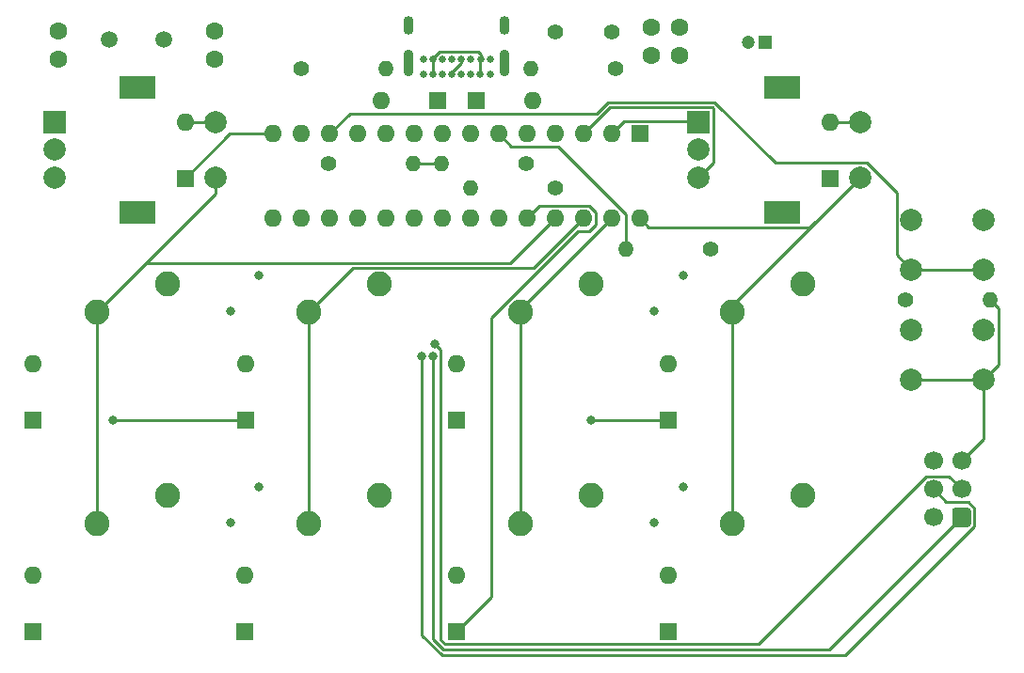
<source format=gtl>
%TF.GenerationSoftware,KiCad,Pcbnew,(5.1.8-0-10_14)*%
%TF.CreationDate,2020-12-29T14:10:58+00:00*%
%TF.ProjectId,Draytronics-Daisy-PCB V1,44726179-7472-46f6-9e69-63732d446169,rev?*%
%TF.SameCoordinates,Original*%
%TF.FileFunction,Copper,L1,Top*%
%TF.FilePolarity,Positive*%
%FSLAX46Y46*%
G04 Gerber Fmt 4.6, Leading zero omitted, Abs format (unit mm)*
G04 Created by KiCad (PCBNEW (5.1.8-0-10_14)) date 2020-12-29 14:10:58*
%MOMM*%
%LPD*%
G01*
G04 APERTURE LIST*
%TA.AperFunction,ComponentPad*%
%ADD10C,1.700000*%
%TD*%
%TA.AperFunction,ComponentPad*%
%ADD11C,2.000000*%
%TD*%
%TA.AperFunction,ComponentPad*%
%ADD12O,1.400000X1.400000*%
%TD*%
%TA.AperFunction,ComponentPad*%
%ADD13C,1.400000*%
%TD*%
%TA.AperFunction,ComponentPad*%
%ADD14C,2.250000*%
%TD*%
%TA.AperFunction,ComponentPad*%
%ADD15O,1.600000X1.600000*%
%TD*%
%TA.AperFunction,ComponentPad*%
%ADD16R,1.600000X1.600000*%
%TD*%
%TA.AperFunction,ComponentPad*%
%ADD17C,1.600000*%
%TD*%
%TA.AperFunction,ComponentPad*%
%ADD18C,1.200000*%
%TD*%
%TA.AperFunction,ComponentPad*%
%ADD19R,1.200000X1.200000*%
%TD*%
%TA.AperFunction,ComponentPad*%
%ADD20C,1.500000*%
%TD*%
%TA.AperFunction,ComponentPad*%
%ADD21R,2.000000X2.000000*%
%TD*%
%TA.AperFunction,ComponentPad*%
%ADD22R,3.200000X2.000000*%
%TD*%
%TA.AperFunction,ComponentPad*%
%ADD23O,0.900000X1.700000*%
%TD*%
%TA.AperFunction,ComponentPad*%
%ADD24O,0.900000X2.400000*%
%TD*%
%TA.AperFunction,ComponentPad*%
%ADD25C,0.650000*%
%TD*%
%TA.AperFunction,ViaPad*%
%ADD26C,0.800000*%
%TD*%
%TA.AperFunction,Conductor*%
%ADD27C,0.250000*%
%TD*%
G04 APERTURE END LIST*
D10*
%TO.P,J1-ISP1,6*%
%TO.N,GND*%
X111442500Y-64579500D03*
%TO.P,J1-ISP1,4*%
%TO.N,mosi*%
X111442500Y-67119500D03*
%TO.P,J1-ISP1,2*%
%TO.N,+5V*%
X111442500Y-69659500D03*
%TO.P,J1-ISP1,5*%
%TO.N,reset*%
X113982500Y-64579500D03*
%TO.P,J1-ISP1,3*%
%TO.N,sck*%
X113982500Y-67119500D03*
%TO.P,J1-ISP1,1*%
%TO.N,miso*%
%TA.AperFunction,ComponentPad*%
G36*
G01*
X114832500Y-69059500D02*
X114832500Y-70259500D01*
G75*
G02*
X114582500Y-70509500I-250000J0D01*
G01*
X113382500Y-70509500D01*
G75*
G02*
X113132500Y-70259500I0J250000D01*
G01*
X113132500Y-69059500D01*
G75*
G02*
X113382500Y-68809500I250000J0D01*
G01*
X114582500Y-68809500D01*
G75*
G02*
X114832500Y-69059500I0J-250000D01*
G01*
G37*
%TD.AperFunction*%
%TD*%
D11*
%TO.P,SW4,1*%
%TO.N,GND*%
X115974000Y-42862500D03*
%TO.P,SW4,2*%
%TO.N,boot*%
X115974000Y-47362500D03*
%TO.P,SW4,1*%
%TO.N,GND*%
X109474000Y-42862500D03*
%TO.P,SW4,2*%
%TO.N,boot*%
X109474000Y-47362500D03*
%TD*%
%TO.P,SW3,1*%
%TO.N,GND*%
X115974000Y-52768500D03*
%TO.P,SW3,2*%
%TO.N,reset*%
X115974000Y-57268500D03*
%TO.P,SW3,1*%
%TO.N,GND*%
X109474000Y-52768500D03*
%TO.P,SW3,2*%
%TO.N,reset*%
X109474000Y-57268500D03*
%TD*%
D12*
%TO.P,R1,2*%
%TO.N,reset*%
X116522500Y-50038000D03*
D13*
%TO.P,R1,1*%
%TO.N,+5V*%
X108902500Y-50038000D03*
%TD*%
D14*
%TO.P,MX6,2*%
%TO.N,Net-(D10-Pad2)*%
X61595000Y-67691000D03*
%TO.P,MX6,1*%
%TO.N,col1*%
X55245000Y-70231000D03*
%TD*%
D12*
%TO.P,R7,2*%
%TO.N,ug_DIN*%
X83756500Y-45466000D03*
D13*
%TO.P,R7,1*%
%TO.N,Net-(D13-Pad4)*%
X91376500Y-45466000D03*
%TD*%
D15*
%TO.P,D12,2*%
%TO.N,Net-(D12-Pad2)*%
X87630000Y-74866500D03*
D16*
%TO.P,D12,1*%
%TO.N,row2*%
X87630000Y-79946500D03*
%TD*%
D15*
%TO.P,D11,2*%
%TO.N,Net-(D11-Pad2)*%
X68580000Y-74866500D03*
D16*
%TO.P,D11,1*%
%TO.N,row2*%
X68580000Y-79946500D03*
%TD*%
D15*
%TO.P,D10,2*%
%TO.N,Net-(D10-Pad2)*%
X49530000Y-74866500D03*
D16*
%TO.P,D10,1*%
%TO.N,row2*%
X49530000Y-79946500D03*
%TD*%
D15*
%TO.P,D9,2*%
%TO.N,Net-(D9-Pad2)*%
X30480000Y-74866500D03*
D16*
%TO.P,D9,1*%
%TO.N,row2*%
X30480000Y-79946500D03*
%TD*%
D15*
%TO.P,D8,2*%
%TO.N,Net-(D8-Pad2)*%
X87630000Y-55816500D03*
D16*
%TO.P,D8,1*%
%TO.N,row1*%
X87630000Y-60896500D03*
%TD*%
D15*
%TO.P,D7,2*%
%TO.N,Net-(D7-Pad2)*%
X68580000Y-55816500D03*
D16*
%TO.P,D7,1*%
%TO.N,row1*%
X68580000Y-60896500D03*
%TD*%
D15*
%TO.P,D6,2*%
%TO.N,Net-(D6-Pad2)*%
X49593500Y-55816500D03*
D16*
%TO.P,D6,1*%
%TO.N,row1*%
X49593500Y-60896500D03*
%TD*%
D15*
%TO.P,D5,2*%
%TO.N,Net-(D5-Pad2)*%
X30480000Y-55816500D03*
D16*
%TO.P,D5,1*%
%TO.N,row1*%
X30480000Y-60896500D03*
%TD*%
D15*
%TO.P,D4,2*%
%TO.N,Net-(D4-Pad2)*%
X102171500Y-34036000D03*
D16*
%TO.P,D4,1*%
%TO.N,row0*%
X102171500Y-39116000D03*
%TD*%
D15*
%TO.P,D3,2*%
%TO.N,Net-(D3-Pad2)*%
X44132500Y-34036000D03*
D16*
%TO.P,D3,1*%
%TO.N,row0*%
X44132500Y-39116000D03*
%TD*%
D12*
%TO.P,R6,2*%
%TO.N,Net-(D2-Pad1)*%
X64643000Y-37782500D03*
D13*
%TO.P,R6,1*%
%TO.N,+5V*%
X57023000Y-37782500D03*
%TD*%
D12*
%TO.P,R5,2*%
%TO.N,Net-(D1-Pad1)*%
X69850000Y-40005000D03*
D13*
%TO.P,R5,1*%
%TO.N,D+*%
X77470000Y-40005000D03*
%TD*%
D12*
%TO.P,R4,2*%
%TO.N,Net-(D2-Pad1)*%
X67183000Y-37782500D03*
D13*
%TO.P,R4,1*%
%TO.N,D-*%
X74803000Y-37782500D03*
%TD*%
D12*
%TO.P,R3,2*%
%TO.N,Net-(R3-Pad2)*%
X75247500Y-29210000D03*
D13*
%TO.P,R3,1*%
%TO.N,GND*%
X82867500Y-29210000D03*
%TD*%
D12*
%TO.P,R2,2*%
%TO.N,Net-(R2-Pad2)*%
X62166500Y-29210000D03*
D13*
%TO.P,R2,1*%
%TO.N,GND*%
X54546500Y-29210000D03*
%TD*%
%TO.P,F1,2*%
%TO.N,VCC*%
X77460000Y-25971500D03*
%TO.P,F1,1*%
%TO.N,+5V*%
X82560000Y-25971500D03*
%TD*%
D15*
%TO.P,D2,2*%
%TO.N,GND*%
X75374500Y-32131000D03*
D16*
%TO.P,D2,1*%
%TO.N,Net-(D2-Pad1)*%
X70294500Y-32131000D03*
%TD*%
D15*
%TO.P,D1,2*%
%TO.N,GND*%
X61785500Y-32131000D03*
D16*
%TO.P,D1,1*%
%TO.N,Net-(D1-Pad1)*%
X66865500Y-32131000D03*
%TD*%
D17*
%TO.P,C4,2*%
%TO.N,GND*%
X86082500Y-25527000D03*
%TO.P,C4,1*%
%TO.N,+5V*%
X88582500Y-25527000D03*
%TD*%
%TO.P,C5,2*%
%TO.N,GND*%
X88606000Y-28067000D03*
%TO.P,C5,1*%
%TO.N,+5V*%
X86106000Y-28067000D03*
%TD*%
%TO.P,C2,2*%
%TO.N,GND*%
X32766000Y-28344500D03*
%TO.P,C2,1*%
%TO.N,XTAL2*%
X32766000Y-25844500D03*
%TD*%
%TO.P,C1,2*%
%TO.N,GND*%
X46799500Y-25884500D03*
%TO.P,C1,1*%
%TO.N,XTAL1*%
X46799500Y-28384500D03*
%TD*%
D18*
%TO.P,C3,2*%
%TO.N,GND*%
X94805500Y-26860500D03*
D19*
%TO.P,C3,1*%
%TO.N,+5V*%
X96305500Y-26860500D03*
%TD*%
D20*
%TO.P,Y1,2*%
%TO.N,XTAL2*%
X37347500Y-26606500D03*
%TO.P,Y1,1*%
%TO.N,XTAL1*%
X42227500Y-26606500D03*
%TD*%
D15*
%TO.P,U1,28*%
%TO.N,col3*%
X85026500Y-42735500D03*
%TO.P,U1,14*%
%TO.N,row0*%
X52006500Y-35115500D03*
%TO.P,U1,27*%
%TO.N,col2*%
X82486500Y-42735500D03*
%TO.P,U1,13*%
%TO.N,Net-(U1-Pad13)*%
X54546500Y-35115500D03*
%TO.P,U1,26*%
%TO.N,col1*%
X79946500Y-42735500D03*
%TO.P,U1,12*%
%TO.N,boot*%
X57086500Y-35115500D03*
%TO.P,U1,25*%
%TO.N,col0*%
X77406500Y-42735500D03*
%TO.P,U1,11*%
%TO.N,Net-(U1-Pad11)*%
X59626500Y-35115500D03*
%TO.P,U1,24*%
%TO.N,row2*%
X74866500Y-42735500D03*
%TO.P,U1,10*%
%TO.N,XTAL2*%
X62166500Y-35115500D03*
%TO.P,U1,23*%
%TO.N,row1*%
X72326500Y-42735500D03*
%TO.P,U1,9*%
%TO.N,XTAL1*%
X64706500Y-35115500D03*
%TO.P,U1,22*%
%TO.N,GND*%
X69786500Y-42735500D03*
%TO.P,U1,8*%
X67246500Y-35115500D03*
%TO.P,U1,21*%
%TO.N,Net-(U1-Pad21)*%
X67246500Y-42735500D03*
%TO.P,U1,7*%
%TO.N,+5V*%
X69786500Y-35115500D03*
%TO.P,U1,20*%
X64706500Y-42735500D03*
%TO.P,U1,6*%
%TO.N,ug_DIN*%
X72326500Y-35115500D03*
%TO.P,U1,19*%
%TO.N,sck*%
X62166500Y-42735500D03*
%TO.P,U1,5*%
%TO.N,D-*%
X74866500Y-35115500D03*
%TO.P,U1,18*%
%TO.N,miso*%
X59626500Y-42735500D03*
%TO.P,U1,4*%
%TO.N,D+*%
X77406500Y-35115500D03*
%TO.P,U1,17*%
%TO.N,mosi*%
X57086500Y-42735500D03*
%TO.P,U1,3*%
%TO.N,RC2_B*%
X79946500Y-35115500D03*
%TO.P,U1,16*%
%TO.N,RC1_B*%
X54546500Y-42735500D03*
%TO.P,U1,2*%
%TO.N,RC2_A*%
X82486500Y-35115500D03*
%TO.P,U1,15*%
%TO.N,RC1_A*%
X52006500Y-42735500D03*
D16*
%TO.P,U1,1*%
%TO.N,reset*%
X85026500Y-35115500D03*
%TD*%
D14*
%TO.P,MX4,2*%
%TO.N,Net-(D8-Pad2)*%
X99695000Y-48641000D03*
%TO.P,MX4,1*%
%TO.N,col3*%
X93345000Y-51181000D03*
%TD*%
%TO.P,MX1,2*%
%TO.N,Net-(D5-Pad2)*%
X42545000Y-48641000D03*
%TO.P,MX1,1*%
%TO.N,col0*%
X36195000Y-51181000D03*
%TD*%
%TO.P,MX2,1*%
%TO.N,col1*%
X55245000Y-51181000D03*
%TO.P,MX2,2*%
%TO.N,Net-(D6-Pad2)*%
X61595000Y-48641000D03*
%TD*%
%TO.P,MX3,1*%
%TO.N,col2*%
X74295000Y-51181000D03*
%TO.P,MX3,2*%
%TO.N,Net-(D7-Pad2)*%
X80645000Y-48641000D03*
%TD*%
%TO.P,MX5,1*%
%TO.N,col0*%
X36195000Y-70231000D03*
%TO.P,MX5,2*%
%TO.N,Net-(D9-Pad2)*%
X42545000Y-67691000D03*
%TD*%
%TO.P,MX7,1*%
%TO.N,col2*%
X74295000Y-70231000D03*
%TO.P,MX7,2*%
%TO.N,Net-(D11-Pad2)*%
X80645000Y-67691000D03*
%TD*%
%TO.P,MX8,2*%
%TO.N,Net-(D12-Pad2)*%
X99695000Y-67691000D03*
%TO.P,MX8,1*%
%TO.N,col3*%
X93345000Y-70231000D03*
%TD*%
D21*
%TO.P,SW1,A*%
%TO.N,RC1_A*%
X32385000Y-34046000D03*
D11*
%TO.P,SW1,C*%
%TO.N,GND*%
X32385000Y-36546000D03*
%TO.P,SW1,B*%
%TO.N,RC1_B*%
X32385000Y-39046000D03*
D22*
%TO.P,SW1,MP*%
%TO.N,N/C*%
X39885000Y-30946000D03*
X39885000Y-42146000D03*
D11*
%TO.P,SW1,S2*%
%TO.N,Net-(D3-Pad2)*%
X46885000Y-34046000D03*
%TO.P,SW1,S1*%
%TO.N,col0*%
X46885000Y-39046000D03*
%TD*%
%TO.P,SW2,S1*%
%TO.N,col3*%
X104830000Y-39046000D03*
%TO.P,SW2,S2*%
%TO.N,Net-(D4-Pad2)*%
X104830000Y-34046000D03*
D22*
%TO.P,SW2,MP*%
%TO.N,N/C*%
X97830000Y-42146000D03*
X97830000Y-30946000D03*
D11*
%TO.P,SW2,B*%
%TO.N,RC2_B*%
X90330000Y-39046000D03*
%TO.P,SW2,C*%
%TO.N,GND*%
X90330000Y-36546000D03*
D21*
%TO.P,SW2,A*%
%TO.N,RC2_A*%
X90330000Y-34046000D03*
%TD*%
D23*
%TO.P,USB1,S1*%
%TO.N,GND*%
X72905000Y-25362000D03*
X64255000Y-25362000D03*
D24*
X72905000Y-28742000D03*
X64255000Y-28742000D03*
D25*
%TO.P,USB1,B1*%
X71560000Y-28397000D03*
%TO.P,USB1,B4*%
%TO.N,VCC*%
X70710000Y-28397000D03*
%TO.P,USB1,B5*%
%TO.N,Net-(R3-Pad2)*%
X69860000Y-28397000D03*
%TO.P,USB1,B6*%
%TO.N,Net-(D1-Pad1)*%
X69010000Y-28397000D03*
%TO.P,USB1,B7*%
%TO.N,Net-(D2-Pad1)*%
X68160000Y-28397000D03*
%TO.P,USB1,B8*%
%TO.N,Net-(USB1-PadB8)*%
X67310000Y-28397000D03*
%TO.P,USB1,B9*%
%TO.N,VCC*%
X66460000Y-28397000D03*
%TO.P,USB1,B12*%
%TO.N,GND*%
X65605000Y-28397000D03*
%TO.P,USB1,A12*%
X71555000Y-29722000D03*
%TO.P,USB1,A9*%
%TO.N,VCC*%
X70705000Y-29722000D03*
%TO.P,USB1,A8*%
%TO.N,Net-(USB1-PadA8)*%
X69855000Y-29722000D03*
%TO.P,USB1,A7*%
%TO.N,Net-(D2-Pad1)*%
X69005000Y-29722000D03*
%TO.P,USB1,A6*%
%TO.N,Net-(D1-Pad1)*%
X68155000Y-29722000D03*
%TO.P,USB1,A4*%
%TO.N,VCC*%
X66455000Y-29722000D03*
%TO.P,USB1,A1*%
%TO.N,GND*%
X65605000Y-29722000D03*
%TO.P,USB1,A5*%
%TO.N,Net-(R2-Pad2)*%
X67305000Y-29722000D03*
%TD*%
D26*
%TO.N,GND*%
X88966500Y-47882000D03*
X88966500Y-66932000D03*
X50803000Y-66932000D03*
X50803000Y-47882000D03*
%TO.N,+5V*%
X86332000Y-51082000D03*
X86324500Y-70132000D03*
X48224500Y-70132000D03*
X48232000Y-51082000D03*
%TO.N,row1*%
X37655500Y-60896500D03*
X80645000Y-60896500D03*
%TO.N,miso*%
X66421000Y-55181500D03*
%TO.N,sck*%
X66611500Y-54038500D03*
%TO.N,mosi*%
X65389473Y-55175293D03*
%TD*%
D27*
%TO.N,Net-(D1-Pad1)*%
X69010000Y-28754998D02*
X69010000Y-28397000D01*
X68155000Y-29609998D02*
X69010000Y-28754998D01*
X68155000Y-29722000D02*
X68155000Y-29609998D01*
%TO.N,Net-(D2-Pad1)*%
X64643000Y-37782500D02*
X67183000Y-37782500D01*
%TO.N,Net-(D3-Pad2)*%
X46875000Y-34036000D02*
X46885000Y-34046000D01*
X44132500Y-34036000D02*
X46875000Y-34036000D01*
%TO.N,row0*%
X48133000Y-35115500D02*
X52006500Y-35115500D01*
X44132500Y-39116000D02*
X48133000Y-35115500D01*
%TO.N,Net-(D4-Pad2)*%
X104820000Y-34036000D02*
X104830000Y-34046000D01*
X102171500Y-34036000D02*
X104820000Y-34036000D01*
%TO.N,row1*%
X49593500Y-60896500D02*
X37655500Y-60896500D01*
X37655500Y-60896500D02*
X37655500Y-60896500D01*
X80645000Y-60896500D02*
X87630000Y-60896500D01*
%TO.N,row2*%
X80486501Y-41610499D02*
X75991501Y-41610499D01*
X75991501Y-41610499D02*
X74866500Y-42735500D01*
X81071501Y-42195499D02*
X80486501Y-41610499D01*
X81071501Y-43275501D02*
X81071501Y-42195499D01*
X80486501Y-43860501D02*
X81071501Y-43275501D01*
X71675491Y-51642919D02*
X79457909Y-43860501D01*
X71675491Y-76851009D02*
X71675491Y-51642919D01*
X79457909Y-43860501D02*
X80486501Y-43860501D01*
X68580000Y-79946500D02*
X71675491Y-76851009D01*
%TO.N,VCC*%
X70705000Y-28402000D02*
X70710000Y-28397000D01*
X70705000Y-29722000D02*
X70705000Y-28402000D01*
X66460000Y-28284998D02*
X66460000Y-28397000D01*
X70519618Y-27746999D02*
X66997999Y-27746999D01*
X70710000Y-27937381D02*
X70519618Y-27746999D01*
X66997999Y-27746999D02*
X66460000Y-28284998D01*
X70710000Y-28397000D02*
X70710000Y-27937381D01*
X66460000Y-29717000D02*
X66455000Y-29722000D01*
X66460000Y-28397000D02*
X66460000Y-29717000D01*
%TO.N,miso*%
X113919000Y-69659500D02*
X113982500Y-69659500D01*
X67374910Y-81597500D02*
X102044500Y-81597500D01*
X66421000Y-80643590D02*
X67374910Y-81597500D01*
X102044500Y-81597500D02*
X113982500Y-69659500D01*
X66421000Y-55181500D02*
X66421000Y-80643590D01*
%TO.N,sck*%
X112807499Y-65944499D02*
X113982500Y-67119500D01*
X110839501Y-65944499D02*
X112807499Y-65944499D01*
X95694500Y-81089500D02*
X110839501Y-65944499D01*
X67537998Y-81089500D02*
X95694500Y-81089500D01*
X67146001Y-80697503D02*
X67537998Y-81089500D01*
X67146001Y-54573001D02*
X67146001Y-80697503D01*
X66611500Y-54038500D02*
X67146001Y-54573001D01*
%TO.N,mosi*%
X112617501Y-68294501D02*
X111442500Y-67119500D01*
X114630691Y-68294501D02*
X112617501Y-68294501D01*
X115157510Y-68821320D02*
X114630691Y-68294501D01*
X115157510Y-70497680D02*
X115157510Y-68821320D01*
X103549690Y-82105500D02*
X115157510Y-70497680D01*
X67246500Y-82105500D02*
X103549690Y-82105500D01*
X65389473Y-80248473D02*
X67246500Y-82105500D01*
X65389473Y-55175293D02*
X65389473Y-80248473D01*
%TO.N,reset*%
X117299001Y-55943499D02*
X115974000Y-57268500D01*
X117299001Y-50814501D02*
X117299001Y-55943499D01*
X116522500Y-50038000D02*
X117299001Y-50814501D01*
X109474000Y-57268500D02*
X115974000Y-57268500D01*
X115974000Y-62588000D02*
X113982500Y-64579500D01*
X115974000Y-57268500D02*
X115974000Y-62588000D01*
%TO.N,col0*%
X40635010Y-46740990D02*
X36195000Y-51181000D01*
X73401010Y-46740990D02*
X40635010Y-46740990D01*
X77406500Y-42735500D02*
X73401010Y-46740990D01*
X46885000Y-40491000D02*
X36195000Y-51181000D01*
X46885000Y-39046000D02*
X46885000Y-40491000D01*
X36195000Y-51181000D02*
X36195000Y-70231000D01*
%TO.N,col1*%
X75491001Y-47190999D02*
X59235001Y-47190999D01*
X59235001Y-47190999D02*
X55245000Y-51181000D01*
X79946500Y-42735500D02*
X75491001Y-47190999D01*
X55245000Y-51181000D02*
X55245000Y-70231000D01*
%TO.N,RC2_B*%
X91655001Y-37720999D02*
X90330000Y-39046000D01*
X91655001Y-32785999D02*
X91655001Y-37720999D01*
X91590001Y-32720999D02*
X91655001Y-32785999D01*
X82341001Y-32720999D02*
X91590001Y-32720999D01*
X79946500Y-35115500D02*
X82341001Y-32720999D01*
%TO.N,RC2_A*%
X90274499Y-33990499D02*
X90330000Y-34046000D01*
X83611501Y-33990499D02*
X90274499Y-33990499D01*
X82486500Y-35115500D02*
X83611501Y-33990499D01*
%TO.N,ug_DIN*%
X83756500Y-42340498D02*
X83756500Y-45466000D01*
X77656503Y-36240501D02*
X83756500Y-42340498D01*
X73451501Y-36240501D02*
X77656503Y-36240501D01*
X72326500Y-35115500D02*
X73451501Y-36240501D01*
%TO.N,col2*%
X74295000Y-50927000D02*
X74295000Y-51181000D01*
X82486500Y-42735500D02*
X74295000Y-50927000D01*
X74295000Y-51181000D02*
X74295000Y-70231000D01*
%TO.N,col3*%
X100340501Y-43535499D02*
X104830000Y-39046000D01*
X85826499Y-43535499D02*
X100340501Y-43535499D01*
X85026500Y-42735500D02*
X85826499Y-43535499D01*
X93345000Y-50531000D02*
X93345000Y-51181000D01*
X104830000Y-39046000D02*
X93345000Y-50531000D01*
X93345000Y-51181000D02*
X93345000Y-70231000D01*
%TO.N,boot*%
X57086500Y-35115500D02*
X58945999Y-33256001D01*
X91776401Y-32270989D02*
X97226411Y-37720999D01*
X58945999Y-33256001D02*
X81169589Y-33256001D01*
X81169589Y-33256001D02*
X82154601Y-32270989D01*
X82154601Y-32270989D02*
X91776401Y-32270989D01*
X108148999Y-46037499D02*
X109474000Y-47362500D01*
X108148999Y-40403997D02*
X108148999Y-46037499D01*
X105466001Y-37720999D02*
X108148999Y-40403997D01*
X97226411Y-37720999D02*
X105466001Y-37720999D01*
X109474000Y-47362500D02*
X115974000Y-47362500D01*
%TD*%
M02*

</source>
